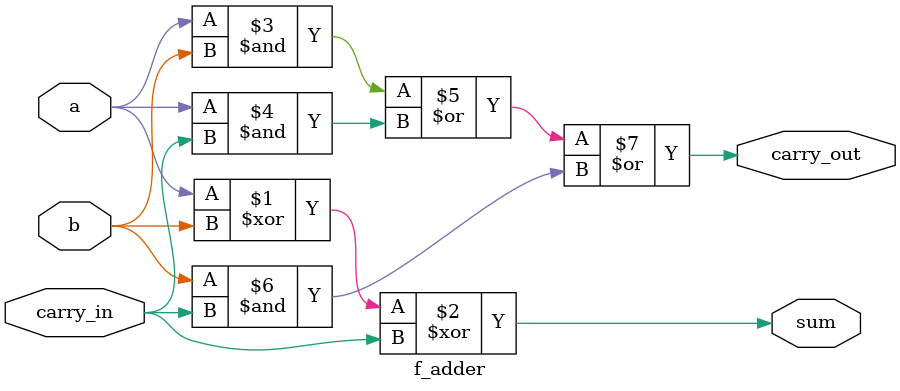
<source format=v>
module f_adder(
               input a,
               input b,
               input carry_in,
               output sum,
               output carry_out
               );
   assign sum = a ^ b ^ carry_in;
   assign carry_out = a & b | a & carry_in | b & carry_in;
endmodule // f_adder

</source>
